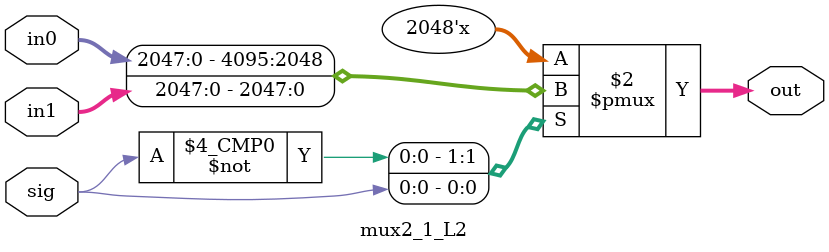
<source format=v>
module mux2_1_L2 (in0,in1,sig,out);
input [128*16-1:0] in0,in1;
input  sig;
output reg  [128*16-1:0] out;

always@(*)
begin
    case(sig)
    1'b0:  out=in0;
    1'b1:  out=in1;
    endcase
end
endmodule
</source>
